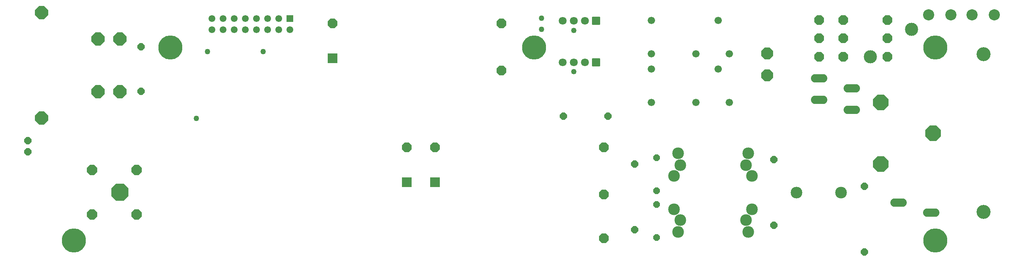
<source format=gbr>
%TF.GenerationSoftware,KiCad,Pcbnew,7.0.10-7.0.10~ubuntu22.04.1*%
%TF.CreationDate,2024-01-02T16:00:03+01:00*%
%TF.ProjectId,EEZ DIB AUX-PS,45455a20-4449-4422-9041-55582d50532e,r3B7*%
%TF.SameCoordinates,Original*%
%TF.FileFunction,Soldermask,Bot*%
%TF.FilePolarity,Negative*%
%FSLAX46Y46*%
G04 Gerber Fmt 4.6, Leading zero omitted, Abs format (unit mm)*
G04 Created by KiCad (PCBNEW 7.0.10-7.0.10~ubuntu22.04.1) date 2024-01-02 16:00:03*
%MOMM*%
%LPD*%
G01*
G04 APERTURE LIST*
G04 Aperture macros list*
%AMRoundRect*
0 Rectangle with rounded corners*
0 $1 Rounding radius*
0 $2 $3 $4 $5 $6 $7 $8 $9 X,Y pos of 4 corners*
0 Add a 4 corners polygon primitive as box body*
4,1,4,$2,$3,$4,$5,$6,$7,$8,$9,$2,$3,0*
0 Add four circle primitives for the rounded corners*
1,1,$1+$1,$2,$3*
1,1,$1+$1,$4,$5*
1,1,$1+$1,$6,$7*
1,1,$1+$1,$8,$9*
0 Add four rect primitives between the rounded corners*
20,1,$1+$1,$2,$3,$4,$5,0*
20,1,$1+$1,$4,$5,$6,$7,0*
20,1,$1+$1,$6,$7,$8,$9,0*
20,1,$1+$1,$8,$9,$2,$3,0*%
%AMFreePoly0*
4,1,17,0.360532,0.806901,0.806901,0.360532,0.825500,0.315631,0.825500,-0.315631,0.806901,-0.360532,0.360532,-0.806901,0.315631,-0.825500,-0.315631,-0.825500,-0.360532,-0.806901,-0.806901,-0.360532,-0.825500,-0.315631,-0.825500,0.315631,-0.806901,0.360532,-0.360532,0.806901,-0.315631,0.825500,0.315631,0.825500,0.360532,0.806901,0.360532,0.806901,$1*%
%AMFreePoly1*
4,1,17,0.749064,1.744901,1.744901,0.749064,1.763500,0.704163,1.763500,-0.704163,1.744901,-0.749064,0.749064,-1.744901,0.704163,-1.763500,-0.704163,-1.763500,-0.749064,-1.744901,-1.744901,-0.749064,-1.763500,-0.704163,-1.763500,0.704163,-1.744901,0.749064,-0.749064,1.744901,-0.704163,1.763500,0.704163,1.763500,0.749064,1.744901,0.749064,1.744901,$1*%
%AMFreePoly2*
4,1,17,0.637641,1.475901,1.475901,0.637641,1.494500,0.592740,1.494500,-0.592740,1.475901,-0.637641,0.637641,-1.475901,0.592740,-1.494500,-0.592740,-1.494500,-0.637641,-1.475901,-1.475901,-0.637641,-1.494500,-0.592740,-1.494500,0.592740,-1.475901,0.637641,-0.637641,1.475901,-0.592740,1.494500,0.592740,1.494500,0.637641,1.475901,0.637641,1.475901,$1*%
%AMFreePoly3*
4,1,17,0.479825,1.094901,1.094901,0.479825,1.113500,0.434924,1.113500,-0.434924,1.094901,-0.479825,0.479825,-1.094901,0.434924,-1.113500,-0.434924,-1.113500,-0.479825,-1.094901,-1.094901,-0.479825,-1.113500,-0.434924,-1.113500,0.434924,-1.094901,0.479825,-0.479825,1.094901,-0.434924,1.113500,0.434924,1.113500,0.479825,1.094901,0.479825,1.094901,$1*%
%AMFreePoly4*
4,1,17,0.328969,0.730701,0.730701,0.328969,0.749300,0.284068,0.749300,-0.284068,0.730701,-0.328969,0.328969,-0.730701,0.284068,-0.749300,-0.284068,-0.749300,-0.328969,-0.730701,-0.730701,-0.328969,-0.749300,-0.284068,-0.749300,0.284068,-0.730701,0.328969,-0.328969,0.730701,-0.284068,0.749300,0.284068,0.749300,0.328969,0.730701,0.328969,0.730701,$1*%
%AMFreePoly5*
4,1,25,0.501384,1.150573,0.506286,1.146082,1.146082,0.506286,1.168110,0.459045,1.168400,0.452404,1.168400,-0.452404,1.150573,-0.501384,1.146082,-0.506286,0.506286,-1.146082,0.459045,-1.168110,0.452404,-1.168400,-0.452404,-1.168400,-0.501384,-1.150573,-0.506286,-1.146082,-1.146082,-0.506286,-1.168110,-0.459045,-1.168400,-0.452404,-1.168400,0.452404,-1.150573,0.501384,-1.146082,0.506286,
-0.506286,1.146082,-0.459045,1.168110,-0.452404,1.168400,0.452404,1.168400,0.501384,1.150573,0.501384,1.150573,$1*%
%AMFreePoly6*
4,1,25,0.838057,1.963373,0.842959,1.958882,1.958882,0.842959,1.980910,0.795718,1.981200,0.789077,1.981200,-0.789077,1.963373,-0.838057,1.958882,-0.842959,0.842959,-1.958882,0.795718,-1.980910,0.789077,-1.981200,-0.789077,-1.981200,-0.838057,-1.963373,-0.842959,-1.958882,-1.958882,-0.842959,-1.980910,-0.795718,-1.981200,-0.789077,-1.981200,0.789077,-1.963373,0.838057,-1.958882,0.842959,
-0.842959,1.958882,-0.795718,1.980910,-0.789077,1.981200,0.789077,1.981200,0.838057,1.963373,0.838057,1.963373,$1*%
%AMFreePoly7*
4,1,17,0.355561,0.794901,0.794901,0.355561,0.813500,0.310660,0.813500,-0.310660,0.794901,-0.355561,0.355561,-0.794901,0.310660,-0.813500,-0.310660,-0.813500,-0.355561,-0.794901,-0.794901,-0.355561,-0.813500,-0.310660,-0.813500,0.310660,-0.794901,0.355561,-0.355561,0.794901,-0.310660,0.813500,0.310660,0.813500,0.355561,0.794901,0.355561,0.794901,$1*%
%AMFreePoly8*
4,1,17,0.570952,1.314901,1.314901,0.570952,1.333500,0.526051,1.333500,-0.526051,1.314901,-0.570952,0.570952,-1.314901,0.526051,-1.333500,-0.526051,-1.333500,-0.570952,-1.314901,-1.314901,-0.570952,-1.333500,-0.526051,-1.333500,0.526051,-1.314901,0.570952,-0.570952,1.314901,-0.526051,1.333500,0.526051,1.333500,0.570952,1.314901,0.570952,1.314901,$1*%
G04 Aperture macros list end*
%ADD10FreePoly0,270.000000*%
%ADD11C,3.200000*%
%ADD12FreePoly1,0.000000*%
%ADD13O,3.727000X1.927000*%
%ADD14C,1.270000*%
%ADD15FreePoly2,0.000000*%
%ADD16FreePoly3,180.000000*%
%ADD17RoundRect,0.063500X1.050000X1.050000X-1.050000X1.050000X-1.050000X-1.050000X1.050000X-1.050000X0*%
%ADD18C,5.500000*%
%ADD19C,2.667000*%
%ADD20C,1.676400*%
%ADD21FreePoly4,270.000000*%
%ADD22RoundRect,0.063500X0.711200X0.711200X-0.711200X0.711200X-0.711200X-0.711200X0.711200X-0.711200X0*%
%ADD23C,1.549400*%
%ADD24C,1.250000*%
%ADD25RoundRect,0.063500X0.838200X-0.838200X0.838200X0.838200X-0.838200X0.838200X-0.838200X-0.838200X0*%
%ADD26C,1.803400*%
%ADD27C,3.000000*%
%ADD28FreePoly3,0.000000*%
%ADD29C,2.540000*%
%ADD30FreePoly5,180.000000*%
%ADD31FreePoly6,180.000000*%
%ADD32RoundRect,0.063500X-1.050000X-1.050000X1.050000X-1.050000X1.050000X1.050000X-1.050000X1.050000X0*%
%ADD33FreePoly0,180.000000*%
%ADD34FreePoly0,90.000000*%
%ADD35FreePoly3,90.000000*%
%ADD36FreePoly7,0.000000*%
%ADD37FreePoly8,270.000000*%
G04 APERTURE END LIST*
D10*
%TO.C,C10*%
X63532600Y-85275100D03*
X63532600Y-95435100D03*
%TD*%
D11*
%TO.C,J4*%
X255751100Y-123003600D03*
X255751100Y-87003600D03*
D12*
X232251100Y-112003600D03*
X232251100Y-98003600D03*
X244251100Y-105003600D03*
%TD*%
D13*
%TO.C,VAR1*%
X225723100Y-99704600D03*
X218223100Y-97404600D03*
%TD*%
D14*
%TO.C,TP3*%
X76200000Y-101600000D03*
%TD*%
D15*
%TO.C,SW1*%
X53751100Y-95503600D03*
X53751100Y-83503600D03*
X58751100Y-95503600D03*
X58751100Y-83503600D03*
X40851100Y-77503600D03*
X40851100Y-101503600D03*
%TD*%
D16*
%TO.C,TR2*%
X145729000Y-79950000D03*
X145729000Y-90700000D03*
D17*
X107229000Y-87950000D03*
D16*
X107229000Y-79950000D03*
%TD*%
D13*
%TO.C,VAR2*%
X218223100Y-92451600D03*
X225723100Y-94751600D03*
%TD*%
D18*
%TO.C,H1*%
X48250000Y-129500000D03*
%TD*%
%TO.C,H5*%
X244750000Y-129500000D03*
%TD*%
D19*
%TO.C,L3*%
X223243100Y-118557100D03*
X213083100Y-118557100D03*
%TD*%
D20*
%TO.C,K2*%
X179999600Y-97983100D03*
X179999600Y-90363100D03*
X197779600Y-97983100D03*
X190159600Y-97983100D03*
X195239600Y-90363100D03*
%TD*%
D21*
%TO.C,C8*%
X181142600Y-121284100D03*
X181142600Y-128784100D03*
%TD*%
D10*
%TO.C,C3*%
X228577100Y-117160100D03*
X228577100Y-132146100D03*
%TD*%
D14*
%TO.C,TP2*%
X154940000Y-81280000D03*
%TD*%
D20*
%TO.C,K1*%
X179999600Y-86870600D03*
X179999600Y-79250600D03*
X197779600Y-86870600D03*
X190159600Y-86870600D03*
X195239600Y-79250600D03*
%TD*%
D21*
%TO.C,C7*%
X181142600Y-110616100D03*
X181142600Y-118116100D03*
%TD*%
D22*
%TO.C,X1*%
X97536000Y-78867000D03*
D23*
X97536000Y-81407000D03*
X94996000Y-78867000D03*
X94996000Y-81407000D03*
X92456000Y-78867000D03*
X92456000Y-81407000D03*
X89916000Y-78867000D03*
X89916000Y-81407000D03*
X87376000Y-78867000D03*
X87376000Y-81407000D03*
X84836000Y-78867000D03*
X84836000Y-81407000D03*
X82296000Y-78867000D03*
X82296000Y-81407000D03*
X79756000Y-78867000D03*
X79756000Y-81407000D03*
%TD*%
D24*
%TO.C,X4*%
X162242500Y-81535000D03*
D25*
X167322500Y-79375000D03*
D26*
X164782500Y-79375000D03*
X162242500Y-79375000D03*
X159702500Y-79375000D03*
%TD*%
D27*
%TO.C,X3*%
X229957000Y-87583120D03*
X239357000Y-81283120D03*
D28*
X233807000Y-79183120D03*
X233807000Y-83383120D03*
X233807000Y-87583120D03*
%TD*%
D14*
%TO.C,TP1*%
X154940000Y-78740000D03*
%TD*%
%TO.C,TP5*%
X91440000Y-86360000D03*
%TD*%
%TO.C,TP4*%
X78740000Y-86360000D03*
%TD*%
D24*
%TO.C,X5*%
X162242500Y-90996500D03*
D25*
X167322500Y-88836500D03*
D26*
X164782500Y-88836500D03*
X162242500Y-88836500D03*
X159702500Y-88836500D03*
%TD*%
D29*
%TO.C,J3*%
X253111000Y-78041500D03*
X258191000Y-78041500D03*
%TD*%
D30*
%TO.C,J1*%
X62551100Y-123583600D03*
X62551100Y-113423600D03*
X52391100Y-123583600D03*
X52391100Y-113423600D03*
D31*
X58751100Y-118503600D03*
%TD*%
D28*
%TO.C,TR1*%
X169137600Y-108210100D03*
X169137600Y-129010100D03*
D16*
X169137600Y-118960100D03*
D17*
X130637600Y-116210100D03*
D32*
X124137600Y-116210100D03*
D16*
X130637600Y-108210100D03*
D28*
X124137600Y-108210100D03*
%TD*%
D33*
%TO.C,C11*%
X170030100Y-101158100D03*
X159870100Y-101158100D03*
%TD*%
D10*
%TO.C,C6*%
X207876100Y-111064100D03*
X207876100Y-126050100D03*
%TD*%
D34*
%TO.C,C9*%
X176189600Y-127002600D03*
X176189600Y-112016600D03*
%TD*%
D35*
%TO.C,X2*%
X223730000Y-79175500D03*
X223730000Y-83375500D03*
X223730000Y-87575500D03*
X218230000Y-79175500D03*
X218230000Y-83375500D03*
X218230000Y-87575500D03*
%TD*%
D18*
%TO.C,H2*%
X244750000Y-85500000D03*
%TD*%
D13*
%TO.C,VAR3*%
X243820600Y-123136100D03*
X236320600Y-120836100D03*
%TD*%
D36*
%TO.C,LED1*%
X37751100Y-106733600D03*
X37751100Y-109273600D03*
%TD*%
D19*
%TO.C,L4*%
X202923100Y-114747100D03*
X202033100Y-109557100D03*
X201533100Y-112307100D03*
X186533100Y-112307100D03*
X186033100Y-109557100D03*
X185143100Y-114747100D03*
X202923100Y-122367100D03*
X202033100Y-127557100D03*
X201533100Y-124807100D03*
X186533100Y-124807100D03*
X186033100Y-127557100D03*
X185143100Y-122367100D03*
%TD*%
D18*
%TO.C,H4*%
X70250000Y-85500000D03*
%TD*%
D37*
%TO.C,NTC1*%
X206352100Y-86783600D03*
X206352100Y-91783600D03*
%TD*%
D29*
%TO.C,J2*%
X243205000Y-78041500D03*
X248285000Y-78041500D03*
%TD*%
D18*
%TO.C,H3*%
X153250000Y-85500000D03*
%TD*%
M02*

</source>
